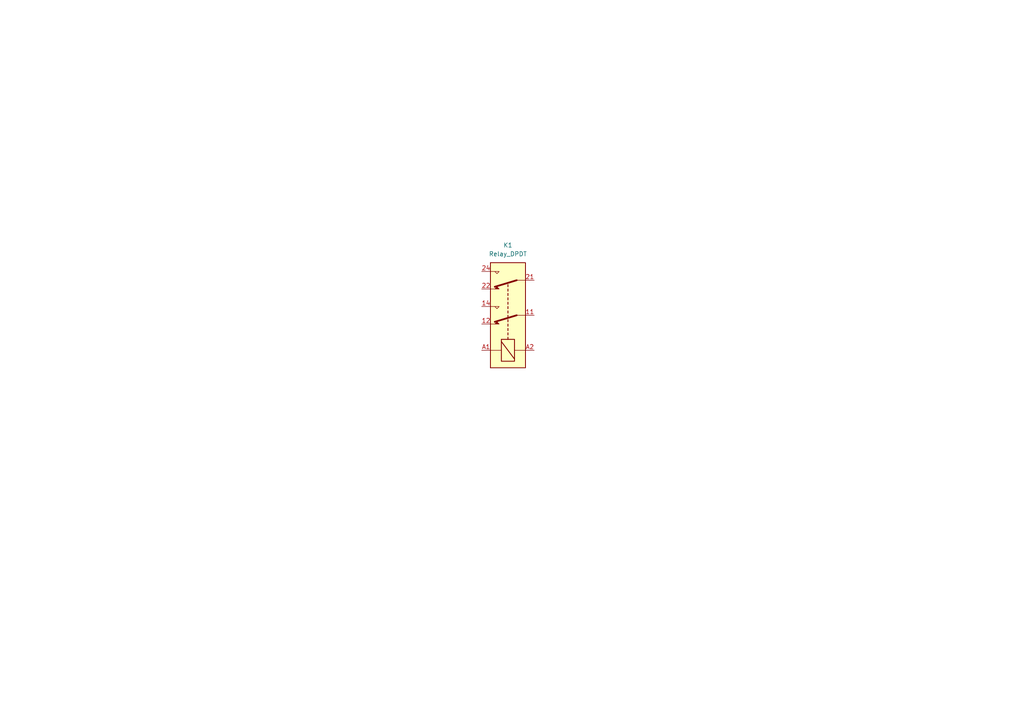
<source format=kicad_sch>
(kicad_sch (version 20231120) (generator "eeschema") (generator_version "8.0")
  (paper "A4")
  (lib_symbols
    (symbol "Relay:Relay_DPDT"
      (property "Reference" "K" (at 16.51 3.81 0))
      (property "Value" "Relay_DPDT" (at 16.51 1.27 0))
      (symbol "Relay_DPDT_0_1"
        (rectangle (start -15.24 5.08) (end 15.24 -5.08) (stroke (width 0.254)) (fill (type background)))
        (rectangle (start -13.335 1.905) (end -6.985 -1.905) (stroke (width 0.254)))
        (polyline (pts (xy -12.7 -1.905) (xy -7.62 1.905)) (stroke (width 0.254)))
        (polyline (pts (xy -10.16 -5.08) (xy -10.16 -1.905)))
        (polyline (pts (xy -10.16 5.08) (xy -10.16 1.905)))
        (polyline (pts (xy -6.985 0) (xy -6.35 0)) (stroke (width 0.254)))
        (polyline (pts (xy -5.715 0) (xy -5.08 0)) (stroke (width 0.254)))
        (polyline (pts (xy -4.445 0) (xy -3.81 0)) (stroke (width 0.254)))
        (polyline (pts (xy -3.175 0) (xy -2.54 0)) (stroke (width 0.254)))
        (polyline (pts (xy -1.905 0) (xy -1.27 0)) (stroke (width 0.254)))
        (polyline (pts (xy -0.635 0) (xy 0 0)) (stroke (width 0.254)))
        (polyline (pts (xy 0 -2.54) (xy -1.905 3.81)) (stroke (width 0.508)))
        (polyline (pts (xy 0 -2.54) (xy 0 -5.08)))
        (polyline (pts (xy 0.635 0) (xy 1.27 0)) (stroke (width 0.254)))
        (polyline (pts (xy 1.905 0) (xy 2.54 0)) (stroke (width 0.254)))
        (polyline (pts (xy 3.175 0) (xy 3.81 0)) (stroke (width 0.254)))
        (polyline (pts (xy 4.445 0) (xy 5.08 0)) (stroke (width 0.254)))
        (polyline (pts (xy 5.715 0) (xy 6.35 0)) (stroke (width 0.254)))
        (polyline (pts (xy 6.985 0) (xy 7.62 0)) (stroke (width 0.254)))
        (polyline (pts (xy 8.255 0) (xy 8.89 0)) (stroke (width 0.254)))
        (polyline (pts (xy 10.16 -2.54) (xy 8.255 3.81)) (stroke (width 0.508)))
        (polyline (pts (xy 10.16 -2.54) (xy 10.16 -5.08)))
        (polyline (pts (xy -2.54 5.08) (xy -2.54 2.54) (xy -1.905 3.175) (xy -2.54 3.81)) (fill (type outline)))
        (polyline (pts (xy 2.54 5.08) (xy 2.54 2.54) (xy 1.905 3.175) (xy 2.54 3.81)))
        (polyline (pts (xy 7.62 5.08) (xy 7.62 2.54) (xy 8.255 3.175) (xy 7.62 3.81)) (fill (type outline)))
        (polyline (pts (xy 12.7 5.08) (xy 12.7 2.54) (xy 12.065 3.175) (xy 12.7 3.81)))
      )
      (symbol "Relay_DPDT_1_1"
        (pin passive line (at 0 -7.62 90) (length 2.54) (name "~") (number "11"))
        (pin passive line (at -2.54 7.62 270) (length 2.54) (name "~") (number "12"))
        (pin passive line (at 2.54 7.62 270) (length 2.54) (name "~") (number "14"))
        (pin passive line (at 10.16 -7.62 90) (length 2.54) (name "~") (number "21"))
        (pin passive line (at 7.62 7.62 270) (length 2.54) (name "~") (number "22"))
        (pin passive line (at 12.7 7.62 270) (length 2.54) (name "~") (number "24"))
        (pin passive line (at -10.16 7.62 270) (length 2.54) (name "~") (number "A1"))
        (pin passive line (at -10.16 -7.62 90) (length 2.54) (name "~") (number "A2"))
      )
    )
  )
  (symbol (lib_id "Relay:Relay_DPDT") (at 147.32 91.44 90) (unit 1)
    (property "Reference" "K1" (at 147.32 71.12 90))
    (property "Value" "Relay_DPDT" (at 147.32 73.66 90))
    (property "Description" "Monostable Relay DPDT, EN50005 " (effects (hide yes)))
  )
)
</source>
